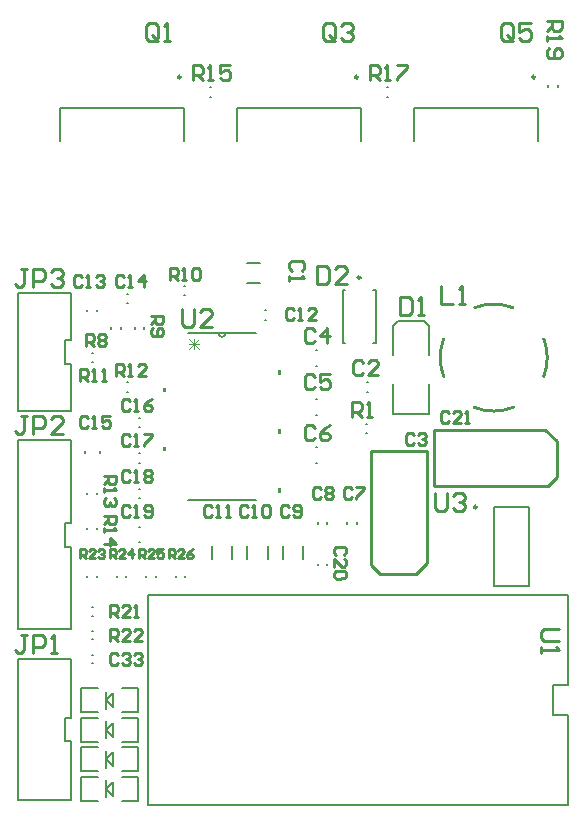
<source format=gto>
G04 Layer_Color=65535*
%FSAX44Y44*%
%MOMM*%
G71*
G01*
G75*
%ADD31C,0.2540*%
%ADD38C,0.2500*%
%ADD39C,0.1524*%
%ADD40C,0.2000*%
%ADD41C,0.2032*%
%ADD42C,0.0762*%
G36*
X00732883Y00790595D02*
X00730343D01*
Y00794405D01*
X00732883D01*
Y00790595D01*
D02*
G37*
G36*
X00829657Y00755595D02*
X00827117D01*
Y00759405D01*
X00829657D01*
Y00755595D01*
D02*
G37*
G36*
Y00805595D02*
X00827117D01*
Y00809405D01*
X00829657D01*
Y00805595D01*
D02*
G37*
G36*
Y00855595D02*
X00827117D01*
Y00859405D01*
X00829657D01*
Y00855595D01*
D02*
G37*
G36*
X00732883Y00840595D02*
X00730343D01*
Y00844405D01*
X00732883D01*
Y00840595D01*
D02*
G37*
D31*
X00967603Y00885899D02*
G03*
X00967652Y00853972I00042397J-00015899D01*
G01*
X01026255Y00912262D02*
G03*
X00993969Y00912347I-00016255J-00042262D01*
G01*
X01052394Y00854102D02*
G03*
X01052394Y00885898I-00042394J00015898D01*
G01*
X00993184Y00827959D02*
G03*
X01026759Y00827936I00016816J00042042D01*
G01*
X00959200Y00808876D02*
X01053688D01*
X00959200Y00760940D02*
X01055720Y00760870D01*
X01063250Y00768500D02*
Y00799250D01*
X01055750Y00761000D02*
X01063250Y00768500D01*
X01053620Y00808880D02*
X01063250Y00799250D01*
X00959200Y00761120D02*
Y00808880D01*
X00953876Y00696312D02*
Y00790800D01*
X00905870Y00694280D02*
X00905940Y00790800D01*
X00913500Y00686750D02*
X00944250D01*
X00906000Y00694250D02*
X00913500Y00686750D01*
X00944250D02*
X00953880Y00696380D01*
X00906120Y00790800D02*
X00953880D01*
X00960000Y00755235D02*
Y00742539D01*
X00962539Y00740000D01*
X00967617D01*
X00970157Y00742539D01*
Y00755235D01*
X00975235Y00752696D02*
X00977774Y00755235D01*
X00982853D01*
X00985392Y00752696D01*
Y00750157D01*
X00982853Y00747617D01*
X00980313D01*
X00982853D01*
X00985392Y00745078D01*
Y00742539D01*
X00982853Y00740000D01*
X00977774D01*
X00975235Y00742539D01*
X00746000Y00911235D02*
Y00898539D01*
X00748539Y00896000D01*
X00753617D01*
X00756157Y00898539D01*
Y00911235D01*
X00771392Y00896000D02*
X00761235D01*
X00771392Y00906157D01*
Y00908696D01*
X00768853Y00911235D01*
X00763774D01*
X00761235Y00908696D01*
X01065235Y00640000D02*
X01052539D01*
X01050000Y00637461D01*
Y00632383D01*
X01052539Y00629843D01*
X01065235D01*
X01050000Y00624765D02*
Y00619687D01*
Y00622226D01*
X01065235D01*
X01062696Y00624765D01*
X00735000Y00700000D02*
Y00707618D01*
X00738809D01*
X00740078Y00706348D01*
Y00703809D01*
X00738809Y00702539D01*
X00735000D01*
X00737539D02*
X00740078Y00700000D01*
X00747696D02*
X00742617D01*
X00747696Y00705078D01*
Y00706348D01*
X00746426Y00707618D01*
X00743887D01*
X00742617Y00706348D01*
X00755313Y00707618D02*
X00752774Y00706348D01*
X00750235Y00703809D01*
Y00701270D01*
X00751505Y00700000D01*
X00754044D01*
X00755313Y00701270D01*
Y00702539D01*
X00754044Y00703809D01*
X00750235D01*
X00710000Y00700000D02*
Y00707617D01*
X00713809D01*
X00715078Y00706348D01*
Y00703809D01*
X00713809Y00702539D01*
X00710000D01*
X00712539D02*
X00715078Y00700000D01*
X00722696D02*
X00717617D01*
X00722696Y00705078D01*
Y00706348D01*
X00721426Y00707617D01*
X00718887D01*
X00717617Y00706348D01*
X00730313Y00707617D02*
X00725235D01*
Y00703809D01*
X00727774Y00705078D01*
X00729044D01*
X00730313Y00703809D01*
Y00701270D01*
X00729044Y00700000D01*
X00726505D01*
X00725235Y00701270D01*
X00685000Y00700000D02*
Y00707617D01*
X00688809D01*
X00690078Y00706348D01*
Y00703809D01*
X00688809Y00702539D01*
X00685000D01*
X00687539D02*
X00690078Y00700000D01*
X00697696D02*
X00692617D01*
X00697696Y00705078D01*
Y00706348D01*
X00696426Y00707617D01*
X00693887D01*
X00692617Y00706348D01*
X00704044Y00700000D02*
Y00707617D01*
X00700235Y00703809D01*
X00705313D01*
X00660000Y00700000D02*
Y00707617D01*
X00663809D01*
X00665078Y00706348D01*
Y00703809D01*
X00663809Y00702539D01*
X00660000D01*
X00662539D02*
X00665078Y00700000D01*
X00672696D02*
X00667617D01*
X00672696Y00705078D01*
Y00706348D01*
X00671426Y00707617D01*
X00668887D01*
X00667617Y00706348D01*
X00675235D02*
X00676505Y00707617D01*
X00679044D01*
X00680313Y00706348D01*
Y00705078D01*
X00679044Y00703809D01*
X00677774D01*
X00679044D01*
X00680313Y00702539D01*
Y00701270D01*
X00679044Y00700000D01*
X00676505D01*
X00675235Y00701270D01*
X00685000Y00630000D02*
Y00640157D01*
X00690078D01*
X00691771Y00638464D01*
Y00635078D01*
X00690078Y00633386D01*
X00685000D01*
X00688386D02*
X00691771Y00630000D01*
X00701928D02*
X00695157D01*
X00701928Y00636771D01*
Y00638464D01*
X00700235Y00640157D01*
X00696850D01*
X00695157Y00638464D01*
X00712085Y00630000D02*
X00705313D01*
X00712085Y00636771D01*
Y00638464D01*
X00710392Y00640157D01*
X00707006D01*
X00705313Y00638464D01*
X00685000Y00650000D02*
Y00660157D01*
X00690078D01*
X00691771Y00658464D01*
Y00655078D01*
X00690078Y00653386D01*
X00685000D01*
X00688386D02*
X00691771Y00650000D01*
X00701928D02*
X00695157D01*
X00701928Y00656771D01*
Y00658464D01*
X00700235Y00660157D01*
X00696850D01*
X00695157Y00658464D01*
X00705313Y00650000D02*
X00708699D01*
X00707006D01*
Y00660157D01*
X00705313Y00658464D01*
X01055000Y01155000D02*
X01067696D01*
Y01148652D01*
X01065580Y01146536D01*
X01061348D01*
X01059232Y01148652D01*
Y01155000D01*
Y01150768D02*
X01055000Y01146536D01*
Y01142304D02*
Y01138072D01*
Y01140188D01*
X01067696D01*
X01065580Y01142304D01*
X01057116Y01131724D02*
X01055000Y01129608D01*
Y01125376D01*
X01057116Y01123260D01*
X01065580D01*
X01067696Y01125376D01*
Y01129608D01*
X01065580Y01131724D01*
X01063464D01*
X01061348Y01129608D01*
Y01123260D01*
X00905000Y01105000D02*
Y01117696D01*
X00911348D01*
X00913464Y01115580D01*
Y01111348D01*
X00911348Y01109232D01*
X00905000D01*
X00909232D02*
X00913464Y01105000D01*
X00917696D02*
X00921928D01*
X00919812D01*
Y01117696D01*
X00917696Y01115580D01*
X00928276Y01117696D02*
X00936740D01*
Y01115580D01*
X00928276Y01107116D01*
Y01105000D01*
X00755000D02*
Y01117696D01*
X00761348D01*
X00763464Y01115580D01*
Y01111348D01*
X00761348Y01109232D01*
X00755000D01*
X00759232D02*
X00763464Y01105000D01*
X00767696D02*
X00771928D01*
X00769812D01*
Y01117696D01*
X00767696Y01115580D01*
X00786740Y01117696D02*
X00778276D01*
Y01111348D01*
X00782508Y01113464D01*
X00784624D01*
X00786740Y01111348D01*
Y01107116D01*
X00784624Y01105000D01*
X00780392D01*
X00778276Y01107116D01*
X00680000Y00736000D02*
X00690157D01*
Y00730922D01*
X00688464Y00729229D01*
X00685078D01*
X00683386Y00730922D01*
Y00736000D01*
Y00732614D02*
X00680000Y00729229D01*
Y00725843D02*
Y00722458D01*
Y00724150D01*
X00690157D01*
X00688464Y00725843D01*
X00680000Y00712301D02*
X00690157D01*
X00685078Y00717379D01*
Y00710608D01*
X00680000Y00770000D02*
X00690157D01*
Y00764922D01*
X00688464Y00763229D01*
X00685078D01*
X00683386Y00764922D01*
Y00770000D01*
Y00766614D02*
X00680000Y00763229D01*
Y00759843D02*
Y00756458D01*
Y00758150D01*
X00690157D01*
X00688464Y00759843D01*
Y00751379D02*
X00690157Y00749687D01*
Y00746301D01*
X00688464Y00744608D01*
X00686771D01*
X00685078Y00746301D01*
Y00747994D01*
Y00746301D01*
X00683386Y00744608D01*
X00681693D01*
X00680000Y00746301D01*
Y00749687D01*
X00681693Y00751379D01*
X00690000Y00854300D02*
Y00864457D01*
X00695078D01*
X00696771Y00862764D01*
Y00859378D01*
X00695078Y00857686D01*
X00690000D01*
X00693386D02*
X00696771Y00854300D01*
X00700157D02*
X00703542D01*
X00701850D01*
Y00864457D01*
X00700157Y00862764D01*
X00715392Y00854300D02*
X00708621D01*
X00715392Y00861071D01*
Y00862764D01*
X00713699Y00864457D01*
X00710313D01*
X00708621Y00862764D01*
X00660000Y00850000D02*
Y00860157D01*
X00665078D01*
X00666771Y00858464D01*
Y00855078D01*
X00665078Y00853386D01*
X00660000D01*
X00663386D02*
X00666771Y00850000D01*
X00670157D02*
X00673542D01*
X00671850D01*
Y00860157D01*
X00670157Y00858464D01*
X00678621Y00850000D02*
X00682006D01*
X00680313D01*
Y00860157D01*
X00678621Y00858464D01*
X00736000Y00936000D02*
Y00946157D01*
X00741078D01*
X00742771Y00944464D01*
Y00941078D01*
X00741078Y00939386D01*
X00736000D01*
X00739386D02*
X00742771Y00936000D01*
X00746157D02*
X00749542D01*
X00747850D01*
Y00946157D01*
X00746157Y00944464D01*
X00754621D02*
X00756313Y00946157D01*
X00759699D01*
X00761392Y00944464D01*
Y00937693D01*
X00759699Y00936000D01*
X00756313D01*
X00754621Y00937693D01*
Y00944464D01*
X00720000Y00905000D02*
X00730157D01*
Y00899922D01*
X00728464Y00898229D01*
X00725078D01*
X00723386Y00899922D01*
Y00905000D01*
Y00901614D02*
X00720000Y00898229D01*
X00721693Y00894843D02*
X00720000Y00893150D01*
Y00889765D01*
X00721693Y00888072D01*
X00728464D01*
X00730157Y00889765D01*
Y00893150D01*
X00728464Y00894843D01*
X00726771D01*
X00725078Y00893150D01*
Y00888072D01*
X00665000Y00880000D02*
Y00890157D01*
X00670078D01*
X00671771Y00888464D01*
Y00885078D01*
X00670078Y00883386D01*
X00665000D01*
X00668386D02*
X00671771Y00880000D01*
X00675157Y00888464D02*
X00676850Y00890157D01*
X00680235D01*
X00681928Y00888464D01*
Y00886771D01*
X00680235Y00885078D01*
X00681928Y00883386D01*
Y00881693D01*
X00680235Y00880000D01*
X00676850D01*
X00675157Y00881693D01*
Y00883386D01*
X00676850Y00885078D01*
X00675157Y00886771D01*
Y00888464D01*
X00676850Y00885078D02*
X00680235D01*
X00890000Y00820000D02*
Y00832696D01*
X00896348D01*
X00898464Y00830580D01*
Y00826348D01*
X00896348Y00824232D01*
X00890000D01*
X00894232D02*
X00898464Y00820000D01*
X00902696D02*
X00906928D01*
X00904812D01*
Y00832696D01*
X00902696Y00830580D01*
X01025993Y01140849D02*
Y01151006D01*
X01023454Y01153545D01*
X01018375D01*
X01015836Y01151006D01*
Y01140849D01*
X01018375Y01138310D01*
X01023454D01*
X01020914Y01143388D02*
X01025993Y01138310D01*
X01023454D02*
X01025993Y01140849D01*
X01041228Y01153545D02*
X01031071D01*
Y01145928D01*
X01036149Y01148467D01*
X01038689D01*
X01041228Y01145928D01*
Y01140849D01*
X01038689Y01138310D01*
X01033610D01*
X01031071Y01140849D01*
X00875879Y01140849D02*
Y01151006D01*
X00873339Y01153545D01*
X00868261D01*
X00865722Y01151006D01*
Y01140849D01*
X00868261Y01138310D01*
X00873339D01*
X00870800Y01143388D02*
X00875879Y01138310D01*
X00873339D02*
X00875879Y01140849D01*
X00880957Y01151006D02*
X00883496Y01153545D01*
X00888575D01*
X00891114Y01151006D01*
Y01148467D01*
X00888575Y01145928D01*
X00886035D01*
X00888575D01*
X00891114Y01143388D01*
Y01140849D01*
X00888575Y01138310D01*
X00883496D01*
X00880957Y01140849D01*
X00726019D02*
Y01151006D01*
X00723480Y01153545D01*
X00718401D01*
X00715862Y01151006D01*
Y01140849D01*
X00718401Y01138310D01*
X00723480D01*
X00720940Y01143388D02*
X00726019Y01138310D01*
X00723480D02*
X00726019Y01140849D01*
X00731097Y01138310D02*
X00736175D01*
X00733636D01*
Y01153545D01*
X00731097Y01151006D01*
X00965000Y00930235D02*
Y00915000D01*
X00975157D01*
X00980235D02*
X00985313D01*
X00982774D01*
Y00930235D01*
X00980235Y00927696D01*
X00615157Y00945235D02*
X00610078D01*
X00612617D01*
Y00932539D01*
X00610078Y00930000D01*
X00607539D01*
X00605000Y00932539D01*
X00620235Y00930000D02*
Y00945235D01*
X00627853D01*
X00630392Y00942696D01*
Y00937617D01*
X00627853Y00935078D01*
X00620235D01*
X00635470Y00942696D02*
X00638009Y00945235D01*
X00643088D01*
X00645627Y00942696D01*
Y00940157D01*
X00643088Y00937617D01*
X00640548D01*
X00643088D01*
X00645627Y00935078D01*
Y00932539D01*
X00643088Y00930000D01*
X00638009D01*
X00635470Y00932539D01*
X00615157Y00820235D02*
X00610078D01*
X00612617D01*
Y00807539D01*
X00610078Y00805000D01*
X00607539D01*
X00605000Y00807539D01*
X00620235Y00805000D02*
Y00820235D01*
X00627853D01*
X00630392Y00817696D01*
Y00812617D01*
X00627853Y00810078D01*
X00620235D01*
X00645627Y00805000D02*
X00635470D01*
X00645627Y00815157D01*
Y00817696D01*
X00643088Y00820235D01*
X00638009D01*
X00635470Y00817696D01*
X00615157Y00635235D02*
X00610078D01*
X00612617D01*
Y00622539D01*
X00610078Y00620000D01*
X00607539D01*
X00605000Y00622539D01*
X00620235Y00620000D02*
Y00635235D01*
X00627853D01*
X00630392Y00632696D01*
Y00627617D01*
X00627853Y00625078D01*
X00620235D01*
X00635470Y00620000D02*
X00640548D01*
X00638009D01*
Y00635235D01*
X00635470Y00632696D01*
X00860540Y00947775D02*
Y00932540D01*
X00868158D01*
X00870697Y00935079D01*
Y00945236D01*
X00868158Y00947775D01*
X00860540D01*
X00885932Y00932540D02*
X00875775D01*
X00885932Y00942697D01*
Y00945236D01*
X00883393Y00947775D01*
X00878314D01*
X00875775Y00945236D01*
X00931000Y00921235D02*
Y00906000D01*
X00938617D01*
X00941157Y00908539D01*
Y00918696D01*
X00938617Y00921235D01*
X00931000D01*
X00946235Y00906000D02*
X00951313D01*
X00948774D01*
Y00921235D01*
X00946235Y00918696D01*
X00691771Y00618464D02*
X00690078Y00620157D01*
X00686693D01*
X00685000Y00618464D01*
Y00611693D01*
X00686693Y00610000D01*
X00690078D01*
X00691771Y00611693D01*
X00695157Y00618464D02*
X00696850Y00620157D01*
X00700235D01*
X00701928Y00618464D01*
Y00616771D01*
X00700235Y00615078D01*
X00698542D01*
X00700235D01*
X00701928Y00613386D01*
Y00611693D01*
X00700235Y00610000D01*
X00696850D01*
X00695157Y00611693D01*
X00705313Y00618464D02*
X00707006Y00620157D01*
X00710392D01*
X00712085Y00618464D01*
Y00616771D01*
X00710392Y00615078D01*
X00708699D01*
X00710392D01*
X00712085Y00613386D01*
Y00611693D01*
X00710392Y00610000D01*
X00707006D01*
X00705313Y00611693D01*
X00971771Y00823464D02*
X00970078Y00825157D01*
X00966693D01*
X00965000Y00823464D01*
Y00816693D01*
X00966693Y00815000D01*
X00970078D01*
X00971771Y00816693D01*
X00981928Y00815000D02*
X00975157D01*
X00981928Y00821771D01*
Y00823464D01*
X00980235Y00825157D01*
X00976850D01*
X00975157Y00823464D01*
X00985313Y00815000D02*
X00988699D01*
X00987006D01*
Y00825157D01*
X00985313Y00823464D01*
X00883511Y00703288D02*
X00885192Y00704993D01*
X00885168Y00708379D01*
X00883464Y00710060D01*
X00876693Y00710012D01*
X00875012Y00708307D01*
X00875036Y00704922D01*
X00876740Y00703241D01*
X00875119Y00693073D02*
X00875071Y00699844D01*
X00881890Y00693120D01*
X00883583Y00693132D01*
X00885264Y00694837D01*
X00885240Y00698222D01*
X00883535Y00699903D01*
X00883606Y00689746D02*
X00885311Y00688066D01*
X00885335Y00684680D01*
X00883654Y00682975D01*
X00876883Y00682928D01*
X00875178Y00684609D01*
X00875155Y00687994D01*
X00876835Y00689699D01*
X00883606Y00689746D01*
X00701771Y00743464D02*
X00700078Y00745157D01*
X00696693D01*
X00695000Y00743464D01*
Y00736693D01*
X00696693Y00735000D01*
X00700078D01*
X00701771Y00736693D01*
X00705157Y00735000D02*
X00708542D01*
X00706850D01*
Y00745157D01*
X00705157Y00743464D01*
X00713621Y00736693D02*
X00715313Y00735000D01*
X00718699D01*
X00720392Y00736693D01*
Y00743464D01*
X00718699Y00745157D01*
X00715313D01*
X00713621Y00743464D01*
Y00741771D01*
X00715313Y00740078D01*
X00720392D01*
X00701771Y00773464D02*
X00700078Y00775157D01*
X00696693D01*
X00695000Y00773464D01*
Y00766693D01*
X00696693Y00765000D01*
X00700078D01*
X00701771Y00766693D01*
X00705157Y00765000D02*
X00708542D01*
X00706850D01*
Y00775157D01*
X00705157Y00773464D01*
X00713621D02*
X00715313Y00775157D01*
X00718699D01*
X00720392Y00773464D01*
Y00771771D01*
X00718699Y00770078D01*
X00720392Y00768386D01*
Y00766693D01*
X00718699Y00765000D01*
X00715313D01*
X00713621Y00766693D01*
Y00768386D01*
X00715313Y00770078D01*
X00713621Y00771771D01*
Y00773464D01*
X00715313Y00770078D02*
X00718699D01*
X00701771Y00803464D02*
X00700078Y00805157D01*
X00696693D01*
X00695000Y00803464D01*
Y00796693D01*
X00696693Y00795000D01*
X00700078D01*
X00701771Y00796693D01*
X00705157Y00795000D02*
X00708542D01*
X00706850D01*
Y00805157D01*
X00705157Y00803464D01*
X00713621Y00805157D02*
X00720392D01*
Y00803464D01*
X00713621Y00796693D01*
Y00795000D01*
X00701771Y00833464D02*
X00700078Y00835157D01*
X00696693D01*
X00695000Y00833464D01*
Y00826693D01*
X00696693Y00825000D01*
X00700078D01*
X00701771Y00826693D01*
X00705157Y00825000D02*
X00708542D01*
X00706850D01*
Y00835157D01*
X00705157Y00833464D01*
X00720392Y00835157D02*
X00717006Y00833464D01*
X00713621Y00830078D01*
Y00826693D01*
X00715313Y00825000D01*
X00718699D01*
X00720392Y00826693D01*
Y00828386D01*
X00718699Y00830078D01*
X00713621D01*
X00666771Y00818464D02*
X00665078Y00820157D01*
X00661693D01*
X00660000Y00818464D01*
Y00811693D01*
X00661693Y00810000D01*
X00665078D01*
X00666771Y00811693D01*
X00670157Y00810000D02*
X00673542Y00810000D01*
X00671850Y00810000D01*
Y00820157D01*
X00670157Y00818464D01*
X00685392Y00820157D02*
X00678621D01*
Y00815078D01*
X00682006Y00816771D01*
X00683699D01*
X00685392Y00815078D01*
Y00811693D01*
X00683699Y00810000D01*
X00680313D01*
X00678621Y00811693D01*
X00696771Y00938464D02*
X00695078Y00940157D01*
X00691693D01*
X00690000Y00938464D01*
Y00931693D01*
X00691693Y00930000D01*
X00695078D01*
X00696771Y00931693D01*
X00700157Y00930000D02*
X00703542D01*
X00701850D01*
Y00940157D01*
X00700157Y00938464D01*
X00713699Y00930000D02*
Y00940157D01*
X00708621Y00935078D01*
X00715392D01*
X00661771Y00938464D02*
X00660078Y00940157D01*
X00656693D01*
X00655000Y00938464D01*
Y00931693D01*
X00656693Y00930000D01*
X00660078D01*
X00661771Y00931693D01*
X00665157Y00930000D02*
X00668542D01*
X00666850D01*
Y00940157D01*
X00665157Y00938464D01*
X00673621D02*
X00675313Y00940157D01*
X00678699D01*
X00680392Y00938464D01*
Y00936771D01*
X00678699Y00935078D01*
X00677006D01*
X00678699D01*
X00680392Y00933386D01*
Y00931693D01*
X00678699Y00930000D01*
X00675313D01*
X00673621Y00931693D01*
X00840771Y00910464D02*
X00839078Y00912157D01*
X00835693D01*
X00834000Y00910464D01*
Y00903693D01*
X00835693Y00902000D01*
X00839078D01*
X00840771Y00903693D01*
X00844157Y00902000D02*
X00847542D01*
X00845850D01*
Y00912157D01*
X00844157Y00910464D01*
X00859392Y00902000D02*
X00852621D01*
X00859392Y00908771D01*
Y00910464D01*
X00857699Y00912157D01*
X00854314D01*
X00852621Y00910464D01*
X00771771Y00743464D02*
X00770078Y00745157D01*
X00766693D01*
X00765000Y00743464D01*
Y00736693D01*
X00766693Y00735000D01*
X00770078D01*
X00771771Y00736693D01*
X00775157Y00735000D02*
X00778542D01*
X00776850D01*
Y00745157D01*
X00775157Y00743464D01*
X00783621Y00735000D02*
X00787006D01*
X00785313D01*
Y00745157D01*
X00783621Y00743464D01*
X00801771D02*
X00800078Y00745157D01*
X00796693D01*
X00795000Y00743464D01*
Y00736693D01*
X00796693Y00735000D01*
X00800078D01*
X00801771Y00736693D01*
X00805157Y00735000D02*
X00808542D01*
X00806850D01*
Y00745157D01*
X00805157Y00743464D01*
X00813621D02*
X00815313Y00745157D01*
X00818699D01*
X00820392Y00743464D01*
Y00736693D01*
X00818699Y00735000D01*
X00815313D01*
X00813621Y00736693D01*
Y00743464D01*
X00836771D02*
X00835078Y00745157D01*
X00831693D01*
X00830000Y00743464D01*
Y00736693D01*
X00831693Y00735000D01*
X00835078D01*
X00836771Y00736693D01*
X00840157D02*
X00841850Y00735000D01*
X00845235D01*
X00846928Y00736693D01*
Y00743464D01*
X00845235Y00745157D01*
X00841850D01*
X00840157Y00743464D01*
Y00741771D01*
X00841850Y00740078D01*
X00846928D01*
X00863771Y00758464D02*
X00862078Y00760157D01*
X00858693D01*
X00857000Y00758464D01*
Y00751693D01*
X00858693Y00750000D01*
X00862078D01*
X00863771Y00751693D01*
X00867157Y00758464D02*
X00868849Y00760157D01*
X00872235D01*
X00873928Y00758464D01*
Y00756771D01*
X00872235Y00755078D01*
X00873928Y00753386D01*
Y00751693D01*
X00872235Y00750000D01*
X00868849D01*
X00867157Y00751693D01*
Y00753386D01*
X00868849Y00755078D01*
X00867157Y00756771D01*
Y00758464D01*
X00868849Y00755078D02*
X00872235D01*
X00889771Y00758464D02*
X00888078Y00760157D01*
X00884693D01*
X00883000Y00758464D01*
Y00751693D01*
X00884693Y00750000D01*
X00888078D01*
X00889771Y00751693D01*
X00893157Y00760157D02*
X00899928D01*
Y00758464D01*
X00893157Y00751693D01*
Y00750000D01*
X00858543Y00810516D02*
X00856443Y00812648D01*
X00852211Y00812680D01*
X00850079Y00810580D01*
X00850016Y00802116D01*
X00852116Y00799984D01*
X00856348Y00799952D01*
X00858480Y00802052D01*
X00871254Y00812537D02*
X00867007Y00810453D01*
X00862743Y00806253D01*
X00862711Y00802021D01*
X00864811Y00799889D01*
X00869043Y00799857D01*
X00871175Y00801957D01*
X00871191Y00804073D01*
X00869091Y00806205D01*
X00862743Y00806253D01*
X00858464Y00853580D02*
X00856348Y00855696D01*
X00852116D01*
X00850000Y00853580D01*
Y00845116D01*
X00852116Y00843000D01*
X00856348D01*
X00858464Y00845116D01*
X00871160Y00855696D02*
X00862696D01*
Y00849348D01*
X00866928Y00851464D01*
X00869044D01*
X00871160Y00849348D01*
Y00845116D01*
X00869044Y00843000D01*
X00864812D01*
X00862696Y00845116D01*
X00858464Y00892580D02*
X00856348Y00894696D01*
X00852116D01*
X00850000Y00892580D01*
Y00884116D01*
X00852116Y00882000D01*
X00856348D01*
X00858464Y00884116D01*
X00869044Y00882000D02*
Y00894696D01*
X00862696Y00888348D01*
X00871160D01*
X00942771Y00804464D02*
X00941078Y00806157D01*
X00937693D01*
X00936000Y00804464D01*
Y00797693D01*
X00937693Y00796000D01*
X00941078D01*
X00942771Y00797693D01*
X00946157Y00804464D02*
X00947850Y00806157D01*
X00951235D01*
X00952928Y00804464D01*
Y00802771D01*
X00951235Y00801078D01*
X00949542D01*
X00951235D01*
X00952928Y00799386D01*
Y00797693D01*
X00951235Y00796000D01*
X00947850D01*
X00946157Y00797693D01*
X00899464Y00865580D02*
X00897348Y00867696D01*
X00893116D01*
X00891000Y00865580D01*
Y00857116D01*
X00893116Y00855000D01*
X00897348D01*
X00899464Y00857116D01*
X00912160Y00855000D02*
X00903696D01*
X00912160Y00863464D01*
Y00865580D01*
X00910044Y00867696D01*
X00905812D01*
X00903696Y00865580D01*
X00847580Y00943536D02*
X00849696Y00945652D01*
Y00949884D01*
X00847580Y00952000D01*
X00839116D01*
X00837000Y00949884D01*
Y00945652D01*
X00839116Y00943536D01*
X00837000Y00939304D02*
Y00935072D01*
Y00937188D01*
X00849696D01*
X00847580Y00939304D01*
D38*
X01045100Y01107500D02*
G03*
X01045100Y01107500I-00001250J00000000D01*
G01*
X00895100Y01107500D02*
G03*
X00895100Y01107500I-00001250J00000000D01*
G01*
X00745100D02*
G03*
X00745100Y01107500I-00001250J00000000D01*
G01*
X00995750Y00743500D02*
G03*
X00995750Y00743500I-00001250J00000000D01*
G01*
X00897250Y00937750D02*
G03*
X00897250Y00937750I-00001250J00000000D01*
G01*
D39*
X00776952Y00890485D02*
G03*
X00783048Y00890485I00003048J00000000D01*
G01*
X00751112Y00749515D02*
X00808888D01*
X00751112Y00890485D02*
X00808888D01*
D40*
X01047500Y01053500D02*
Y01081500D01*
X00942500D02*
X01047500D01*
X00942500Y01053500D02*
Y01081500D01*
X00897500Y01053500D02*
Y01081500D01*
X00792500D02*
X00897500D01*
X00792500Y01053500D02*
Y01081500D01*
X00747500Y01053500D02*
Y01081500D01*
X00642500D02*
X00747500D01*
X00642500Y01053500D02*
Y01081500D01*
X01010000Y00676500D02*
X01040000D01*
X01010000D02*
Y00743500D01*
X01040000Y00676500D02*
Y00743500D01*
X01010000D02*
X01040000D01*
X00749000Y00684500D02*
Y00685500D01*
X00741000Y00684500D02*
Y00685500D01*
X00724000Y00684500D02*
Y00685500D01*
X00716000Y00684500D02*
Y00685500D01*
X00699000Y00684500D02*
Y00685500D01*
X00691000Y00684500D02*
Y00685500D01*
X00674000Y00684500D02*
Y00685500D01*
X00666000Y00684500D02*
Y00685500D01*
X01056000Y01099500D02*
Y01100500D01*
X01064000Y01099500D02*
Y01100500D01*
X00919500Y01099500D02*
X00920500D01*
X00919500Y01090500D02*
X00920500D01*
X00769500Y01091000D02*
X00770500D01*
X00769500Y01099000D02*
X00770500D01*
X00674000Y00724500D02*
Y00725500D01*
X00666000Y00724500D02*
Y00725500D01*
X00674000Y00754500D02*
Y00755500D01*
X00666000Y00754500D02*
Y00755500D01*
X00699500Y00841000D02*
X00700500D01*
X00699500Y00849000D02*
X00700500D01*
X00669500Y00866000D02*
X00670500D01*
X00669500Y00874000D02*
X00670500D01*
X00747500Y00931000D02*
X00748500D01*
X00747500Y00923000D02*
X00748500D01*
X00714000Y00894500D02*
Y00895500D01*
X00706000Y00894500D02*
Y00895500D01*
X00694000Y00894500D02*
Y00895500D01*
X00686000Y00894500D02*
Y00895500D01*
X00901500Y00806000D02*
X00902500D01*
X00901500Y00814000D02*
X00902500D01*
X00882000Y00882500D02*
X00884250D01*
X00882000Y00927500D02*
X00884250D01*
X00907750Y00882500D02*
X00910000D01*
X00907750Y00927500D02*
X00910000D01*
X00882000Y00882500D02*
Y00927500D01*
X00910000Y00882500D02*
Y00927500D01*
X00924500Y00822000D02*
Y00848000D01*
Y00822000D02*
X00955500D01*
X00924500Y00872000D02*
Y00896500D01*
X00929000Y00901000D01*
X00955500Y00822000D02*
Y00848000D01*
X00929000Y00901000D02*
X00951000D01*
X00955500Y00872000D02*
Y00896500D01*
X00951000Y00901000D02*
X00955500Y00896500D01*
X00669500Y00611500D02*
X00670500D01*
X00669500Y00618500D02*
X00670500D01*
X00869000Y00694500D02*
Y00695500D01*
X00861000Y00694500D02*
Y00695500D01*
X00709500Y00713750D02*
X00710500D01*
X00709500Y00726250D02*
X00710500D01*
X00709500Y00751000D02*
X00710500D01*
X00709500Y00759000D02*
X00710500D01*
X00709500Y00781000D02*
X00710500D01*
X00709500Y00789000D02*
X00710500D01*
X00709500Y00811000D02*
X00710500D01*
X00709500Y00819000D02*
X00710500D01*
X00676250Y00789500D02*
Y00790500D01*
X00663750Y00789500D02*
Y00790500D01*
X00699500Y00916000D02*
X00700500D01*
X00699500Y00924000D02*
X00700500D01*
X00674000Y00909500D02*
Y00910500D01*
X00666000Y00909500D02*
Y00910500D01*
X00816500Y00902000D02*
X00817500D01*
X00816500Y00910000D02*
X00817500D01*
X00788500Y00699500D02*
Y00710500D01*
X00771500Y00699500D02*
Y00710500D01*
X00818500Y00699500D02*
Y00710500D01*
X00801500Y00699500D02*
Y00710500D01*
X00848500Y00699500D02*
Y00710500D01*
X00831500Y00699500D02*
Y00710500D01*
X00861000Y00729500D02*
Y00730500D01*
X00869000Y00729500D02*
Y00730500D01*
X00886000Y00729500D02*
Y00730500D01*
X00894000Y00729500D02*
Y00730500D01*
X00859500Y00794460D02*
X00860500D01*
X00859500Y00780960D02*
X00860500D01*
X00859500Y00821250D02*
X00860500D01*
X00859500Y00834750D02*
X00860500D01*
X00859500Y00863250D02*
X00860500D01*
X00859500Y00876750D02*
X00860500D01*
X00902500Y00841000D02*
X00903500D01*
X00902500Y00849000D02*
X00903500D01*
X00801500Y00933500D02*
X00812500D01*
X00801500Y00950500D02*
X00812500D01*
X00669500Y00638500D02*
X00670500D01*
X00669500Y00631500D02*
X00670500D01*
X00669500Y00658500D02*
X00670500D01*
X00669500Y00651500D02*
X00670500D01*
D41*
X01060100Y00592700D02*
X01072800D01*
Y00668900D01*
X00717200D02*
X01072800D01*
X00717200Y00491100D02*
Y00668900D01*
Y00491100D02*
X01072800D01*
Y00567300D01*
X01060100D02*
X01072800D01*
X01060100D02*
Y00592700D01*
X00607060Y00925000D02*
X00652232D01*
X00647232Y00865000D02*
X00652232D01*
X00647232Y00885160D02*
X00652232D01*
X00647232Y00865000D02*
Y00885160D01*
X00652232Y00825000D02*
Y00865000D01*
Y00885160D02*
Y00925000D01*
X00607060Y00825000D02*
Y00925000D01*
Y00825000D02*
X00652232D01*
X00607060Y00640000D02*
Y00800000D01*
Y00640000D02*
X00652232D01*
X00607060Y00800000D02*
X00652232D01*
X00647232Y00710000D02*
Y00730160D01*
X00652232Y00640000D02*
Y00710000D01*
X00647232D02*
X00652232D01*
X00647232Y00730160D02*
X00652232D01*
Y00800000D01*
X00607060Y00495500D02*
Y00614690D01*
Y00495500D02*
X00652232D01*
X00607060Y00614690D02*
X00652232D01*
Y00495500D02*
Y00545000D01*
X00647232D02*
Y00565160D01*
Y00545000D02*
X00652232D01*
X00647232Y00565160D02*
X00652232D01*
Y00614690D01*
X00695000Y00494840D02*
X00709000D01*
Y00515000D01*
X00695000D02*
X00709000D01*
X00660870Y00494840D02*
X00674840D01*
X00660870D02*
Y00515000D01*
X00674840D01*
X00681952Y00497888D02*
Y00505000D01*
Y00512000D01*
Y00505000D02*
X00688000Y00498904D01*
Y00511000D01*
X00681952Y00505000D02*
X00688000Y00511000D01*
X00695000Y00519840D02*
X00709000D01*
Y00540000D01*
X00695000D02*
X00709000D01*
X00660870Y00519840D02*
X00674840D01*
X00660870D02*
Y00540000D01*
X00674840D01*
X00681952Y00522888D02*
Y00530000D01*
Y00537000D01*
Y00530000D02*
X00688000Y00523904D01*
Y00536000D01*
X00681952Y00530000D02*
X00688000Y00536000D01*
X00695000Y00544840D02*
X00709000D01*
Y00565000D01*
X00695000D02*
X00709000D01*
X00660870Y00544840D02*
X00674840D01*
X00660870D02*
Y00565000D01*
X00674840D01*
X00681952Y00547888D02*
Y00555000D01*
Y00562000D01*
Y00555000D02*
X00688000Y00548904D01*
Y00561000D01*
X00681952Y00555000D02*
X00688000Y00561000D01*
X00695000Y00569840D02*
X00709000D01*
Y00590000D01*
X00695000D02*
X00709000D01*
X00660870Y00569840D02*
X00674840D01*
X00660870D02*
Y00590000D01*
X00674840D01*
X00681952Y00572888D02*
Y00580000D01*
Y00587000D01*
Y00580000D02*
X00688000Y00573904D01*
Y00586000D01*
X00681952Y00580000D02*
X00688000Y00586000D01*
D42*
X00752187Y00885888D02*
X00760651Y00877424D01*
X00752187D02*
X00760651Y00885888D01*
X00752187Y00881656D02*
X00760651D01*
X00756419Y00877424D02*
Y00885888D01*
M02*

</source>
